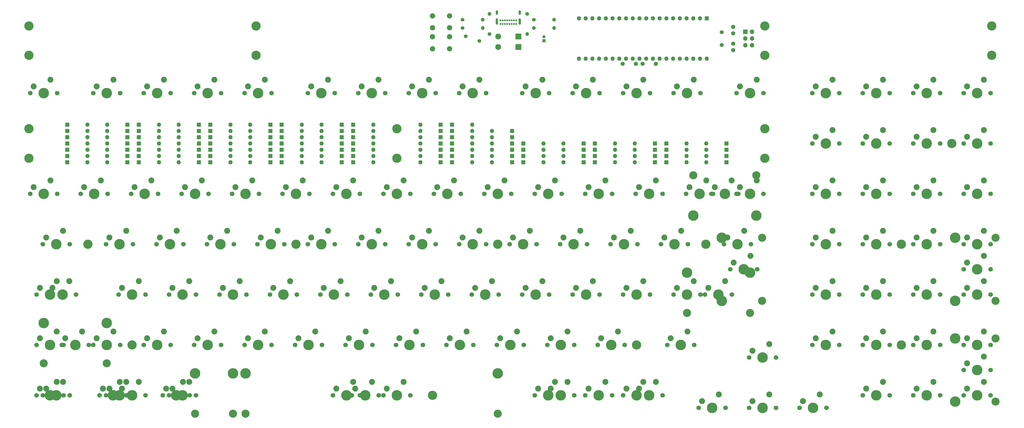
<source format=gbr>
%TF.GenerationSoftware,KiCad,Pcbnew,(6.0.0)*%
%TF.CreationDate,2022-02-26T22:27:28+01:00*%
%TF.ProjectId,pcb,7063622e-6b69-4636-9164-5f7063625858,rev?*%
%TF.SameCoordinates,Original*%
%TF.FileFunction,Soldermask,Bot*%
%TF.FilePolarity,Negative*%
%FSLAX46Y46*%
G04 Gerber Fmt 4.6, Leading zero omitted, Abs format (unit mm)*
G04 Created by KiCad (PCBNEW (6.0.0)) date 2022-02-26 22:27:28*
%MOMM*%
%LPD*%
G01*
G04 APERTURE LIST*
%ADD10C,3.500001*%
%ADD11C,2.000000*%
%ADD12C,1.400000*%
%ADD13C,1.750000*%
%ADD14C,3.987800*%
%ADD15C,2.250000*%
%ADD16R,1.600000X1.600000*%
%ADD17O,1.600000X1.600000*%
%ADD18C,3.048000*%
%ADD19O,1.400000X1.400000*%
%ADD20C,1.500000*%
%ADD21R,1.700000X1.700000*%
%ADD22O,1.700000X1.700000*%
%ADD23C,1.600000*%
%ADD24R,2.200000X2.200000*%
%ADD25O,2.200000X2.200000*%
%ADD26C,0.700000*%
%ADD27O,0.900000X1.700000*%
%ADD28O,0.900000X2.400000*%
%ADD29R,1.200000X1.200000*%
%ADD30C,1.200000*%
G04 APERTURE END LIST*
D10*
%TO.C,MH2*%
X436562500Y-254000000D03*
%TD*%
%TO.C,MH2*%
X336550000Y-254000000D03*
%TD*%
%TO.C,MH2*%
X259556250Y-273050000D03*
%TD*%
%TO.C,MH2*%
X436562500Y-215900000D03*
%TD*%
%TO.C,MH2*%
X455612500Y-177800000D03*
%TD*%
%TO.C,MH2*%
X362743750Y-215900000D03*
%TD*%
%TO.C,MH2*%
X284162500Y-215900000D03*
%TD*%
%TO.C,MH2*%
X207962500Y-215900000D03*
%TD*%
%TO.C,MH2*%
X146050000Y-254000000D03*
%TD*%
%TO.C,MH2*%
X129381250Y-215900000D03*
%TD*%
%TO.C,MH2*%
X470693750Y-133350000D03*
%TD*%
%TO.C,MH2*%
X470693750Y-144462500D03*
%TD*%
%TO.C,MH2*%
X192881250Y-133350000D03*
%TD*%
%TO.C,MH2*%
X192881250Y-144462500D03*
%TD*%
%TO.C,MH2*%
X384968750Y-144462500D03*
%TD*%
%TO.C,MH2*%
X384968750Y-133350000D03*
%TD*%
%TO.C,MH2*%
X107156250Y-133350000D03*
%TD*%
%TO.C,MH2*%
X107156250Y-144462500D03*
%TD*%
D11*
%TO.C,SW124*%
X259481250Y-129512500D03*
X265981250Y-129512500D03*
X259481250Y-134012500D03*
X265981250Y-134012500D03*
%TD*%
D12*
%TO.C,F1*%
X272087500Y-137212500D03*
X277187500Y-139012500D03*
%TD*%
D13*
%TO.C,SW13*%
X350520000Y-158750000D03*
D14*
X355600000Y-158750000D03*
D13*
X360680000Y-158750000D03*
D15*
X351790000Y-156210000D03*
X358140000Y-153670000D03*
%TD*%
D16*
%TO.C,D106*%
X266858750Y-170656250D03*
D17*
X274478750Y-170656250D03*
%TD*%
D16*
%TO.C,D104*%
X289560000Y-182562500D03*
D17*
X281940000Y-182562500D03*
%TD*%
D14*
%TO.C,SW22*%
X465137500Y-177800000D03*
D13*
X460057500Y-177800000D03*
X470217500Y-177800000D03*
D15*
X461327500Y-175260000D03*
X467677500Y-172720000D03*
%TD*%
D14*
%TO.C,SW106*%
X303212500Y-273050000D03*
D13*
X298132500Y-273050000D03*
X308292500Y-273050000D03*
D15*
X299402500Y-270510000D03*
X305752500Y-267970000D03*
%TD*%
D14*
%TO.C,SW122*%
X246062500Y-273050000D03*
X284162500Y-264795000D03*
X188912500Y-264795000D03*
D13*
X240982500Y-273050000D03*
D18*
X188912500Y-280035000D03*
D13*
X251142500Y-273050000D03*
D18*
X284162500Y-280035000D03*
D15*
X242252500Y-270510000D03*
X248602500Y-267970000D03*
%TD*%
D16*
%TO.C,D14*%
X121602500Y-184943750D03*
D17*
X129222500Y-184943750D03*
%TD*%
D16*
%TO.C,D79*%
X262572500Y-182562500D03*
D17*
X254952500Y-182562500D03*
%TD*%
D16*
%TO.C,D75*%
X347821250Y-180181250D03*
D17*
X355441250Y-180181250D03*
%TD*%
D16*
%TO.C,D62*%
X225266250Y-182562500D03*
D17*
X217646250Y-182562500D03*
%TD*%
D13*
%TO.C,SW48*%
X212407500Y-215900000D03*
X222567500Y-215900000D03*
D14*
X217487500Y-215900000D03*
D15*
X213677500Y-213360000D03*
X220027500Y-210820000D03*
%TD*%
D10*
%TO.C,MH2*%
X246062500Y-183356250D03*
%TD*%
D16*
%TO.C,D30*%
X148590000Y-175418750D03*
D17*
X156210000Y-175418750D03*
%TD*%
D16*
%TO.C,D22*%
X316547500Y-184943750D03*
D17*
X308927500Y-184943750D03*
%TD*%
D16*
%TO.C,D31*%
X171291250Y-175418750D03*
D17*
X163671250Y-175418750D03*
%TD*%
D10*
%TO.C,MH2*%
X107156250Y-183356250D03*
%TD*%
D14*
%TO.C,SW82*%
X136525000Y-245745000D03*
X112712500Y-245745000D03*
D13*
X129698750Y-254000000D03*
D14*
X124618750Y-254000000D03*
D18*
X136525000Y-260985000D03*
D13*
X119538750Y-254000000D03*
D18*
X112712500Y-260985000D03*
D15*
X120808750Y-251460000D03*
X127158750Y-248920000D03*
%TD*%
D13*
%TO.C,SW47*%
X193357500Y-215900000D03*
D14*
X198437500Y-215900000D03*
D13*
X203517500Y-215900000D03*
D15*
X194627500Y-213360000D03*
X200977500Y-210820000D03*
%TD*%
D12*
%TO.C,R5*%
X297815000Y-130968750D03*
D19*
X305435000Y-130968750D03*
%TD*%
D13*
%TO.C,SW49*%
X241617500Y-215900000D03*
X231457500Y-215900000D03*
D14*
X236537500Y-215900000D03*
D15*
X232727500Y-213360000D03*
X239077500Y-210820000D03*
%TD*%
D10*
%TO.C,MH2*%
X384968750Y-172243750D03*
%TD*%
D16*
%TO.C,D102*%
X289560000Y-180181250D03*
D17*
X281940000Y-180181250D03*
%TD*%
D13*
%TO.C,SW108*%
X346392500Y-273050000D03*
D14*
X341312500Y-273050000D03*
D13*
X336232500Y-273050000D03*
D15*
X337502500Y-270510000D03*
X343852500Y-267970000D03*
%TD*%
D13*
%TO.C,SW7*%
X231457500Y-158750000D03*
X241617500Y-158750000D03*
D14*
X236537500Y-158750000D03*
D15*
X232727500Y-156210000D03*
X239077500Y-153670000D03*
%TD*%
D13*
%TO.C,SW102*%
X120173750Y-273050000D03*
D14*
X115093750Y-273050000D03*
D13*
X110013750Y-273050000D03*
D15*
X111283750Y-270510000D03*
X117633750Y-267970000D03*
%TD*%
D16*
%TO.C,D72*%
X225266250Y-170656250D03*
D17*
X217646250Y-170656250D03*
%TD*%
D16*
%TO.C,D27*%
X171291250Y-180181250D03*
D17*
X163671250Y-180181250D03*
%TD*%
D16*
%TO.C,D1*%
X144303750Y-170656250D03*
D17*
X136683750Y-170656250D03*
%TD*%
D14*
%TO.C,SW58*%
X427037500Y-215900000D03*
D13*
X432117500Y-215900000D03*
X421957500Y-215900000D03*
D15*
X423227500Y-213360000D03*
X429577500Y-210820000D03*
%TD*%
D16*
%TO.C,D84*%
X229552500Y-184943750D03*
D17*
X237172500Y-184943750D03*
%TD*%
D14*
%TO.C,SW113*%
X446087500Y-273050000D03*
D13*
X441007500Y-273050000D03*
X451167500Y-273050000D03*
D15*
X442277500Y-270510000D03*
X448627500Y-267970000D03*
%TD*%
D16*
%TO.C,D107*%
X289560000Y-173037500D03*
D17*
X281940000Y-173037500D03*
%TD*%
D14*
%TO.C,SW61*%
X456882500Y-237363000D03*
D13*
X460057500Y-225425000D03*
D14*
X465137500Y-225425000D03*
D18*
X472122500Y-213487000D03*
D13*
X470217500Y-225425000D03*
D18*
X472122500Y-237363000D03*
D14*
X456882500Y-213487000D03*
D15*
X461327500Y-222885000D03*
X467677500Y-220345000D03*
%TD*%
D13*
%TO.C,SW5*%
X198755000Y-158750000D03*
D14*
X193675000Y-158750000D03*
D13*
X188595000Y-158750000D03*
D15*
X189865000Y-156210000D03*
X196215000Y-153670000D03*
%TD*%
D16*
%TO.C,D3*%
X144303750Y-184943750D03*
D17*
X136683750Y-184943750D03*
%TD*%
D14*
%TO.C,SW111*%
X403225000Y-277812500D03*
D13*
X398145000Y-277812500D03*
X408305000Y-277812500D03*
D15*
X399415000Y-275272500D03*
X405765000Y-272732500D03*
%TD*%
D16*
%TO.C,D32*%
X148590000Y-177800000D03*
D17*
X156210000Y-177800000D03*
%TD*%
D13*
%TO.C,SW38*%
X384492500Y-196850000D03*
D14*
X379412500Y-196850000D03*
D13*
X374332500Y-196850000D03*
D15*
X375602500Y-194310000D03*
X381952500Y-191770000D03*
%TD*%
D13*
%TO.C,SW87*%
X217805000Y-254000000D03*
X207645000Y-254000000D03*
D14*
X212725000Y-254000000D03*
D15*
X208915000Y-251460000D03*
X215265000Y-248920000D03*
%TD*%
D13*
%TO.C,SW78*%
X441007500Y-234950000D03*
D14*
X446087500Y-234950000D03*
D13*
X451167500Y-234950000D03*
D15*
X442277500Y-232410000D03*
X448627500Y-229870000D03*
%TD*%
D13*
%TO.C,SW97*%
X421957500Y-254000000D03*
X432117500Y-254000000D03*
D14*
X427037500Y-254000000D03*
D15*
X423227500Y-251460000D03*
X429577500Y-248920000D03*
%TD*%
D12*
%TO.C,R3*%
X280987500Y-136366250D03*
D19*
X280987500Y-128746250D03*
%TD*%
D16*
%TO.C,D57*%
X343535000Y-180181250D03*
D17*
X335915000Y-180181250D03*
%TD*%
D16*
%TO.C,D103*%
X266858750Y-177800000D03*
D17*
X274478750Y-177800000D03*
%TD*%
D20*
%TO.C,Y1*%
X368756250Y-140562500D03*
X368756250Y-135682500D03*
%TD*%
D13*
%TO.C,SW32*%
X270192500Y-196850000D03*
X260032500Y-196850000D03*
D14*
X265112500Y-196850000D03*
D15*
X261302500Y-194310000D03*
X267652500Y-191770000D03*
%TD*%
D13*
%TO.C,SW86*%
X188595000Y-254000000D03*
D14*
X193675000Y-254000000D03*
D13*
X198755000Y-254000000D03*
D15*
X189865000Y-251460000D03*
X196215000Y-248920000D03*
%TD*%
D16*
%TO.C,D91*%
X370522500Y-177800000D03*
D17*
X362902500Y-177800000D03*
%TD*%
D13*
%TO.C,SW34*%
X298132500Y-196850000D03*
X308292500Y-196850000D03*
D14*
X303212500Y-196850000D03*
D15*
X299402500Y-194310000D03*
X305752500Y-191770000D03*
%TD*%
D14*
%TO.C,SW52*%
X293687500Y-215900000D03*
D13*
X288607500Y-215900000D03*
X298767500Y-215900000D03*
D15*
X289877500Y-213360000D03*
X296227500Y-210820000D03*
%TD*%
D13*
%TO.C,SW54*%
X336867500Y-215900000D03*
D14*
X331787500Y-215900000D03*
D13*
X326707500Y-215900000D03*
D15*
X327977500Y-213360000D03*
X334327500Y-210820000D03*
%TD*%
D16*
%TO.C,D82*%
X229552500Y-182562500D03*
D17*
X237172500Y-182562500D03*
%TD*%
D14*
%TO.C,SW20*%
X427037500Y-177800000D03*
D13*
X432117500Y-177800000D03*
X421957500Y-177800000D03*
D15*
X423227500Y-175260000D03*
X429577500Y-172720000D03*
%TD*%
D13*
%TO.C,SW15*%
X402907500Y-158750000D03*
X413067500Y-158750000D03*
D14*
X407987500Y-158750000D03*
D15*
X404177500Y-156210000D03*
X410527500Y-153670000D03*
%TD*%
D16*
%TO.C,D12*%
X121602500Y-182562500D03*
D17*
X129222500Y-182562500D03*
%TD*%
D13*
%TO.C,SW37*%
X364807500Y-196850000D03*
D14*
X369887500Y-196850000D03*
D13*
X374967500Y-196850000D03*
D14*
X357981250Y-205105000D03*
D18*
X357981250Y-189865000D03*
X381793750Y-189865000D03*
D14*
X381793750Y-205105000D03*
D15*
X366077500Y-194310000D03*
X372427500Y-191770000D03*
%TD*%
D16*
%TO.C,D93*%
X370522500Y-182562500D03*
D17*
X362902500Y-182562500D03*
%TD*%
D14*
%TO.C,SW3*%
X155575000Y-158750000D03*
D13*
X160655000Y-158750000D03*
X150495000Y-158750000D03*
D15*
X151765000Y-156210000D03*
X158115000Y-153670000D03*
%TD*%
D16*
%TO.C,D63*%
X202565000Y-182562500D03*
D17*
X210185000Y-182562500D03*
%TD*%
D16*
%TO.C,D86*%
X229552500Y-173037500D03*
D17*
X237172500Y-173037500D03*
%TD*%
D14*
%TO.C,SW30*%
X227012500Y-196850000D03*
D13*
X221932500Y-196850000D03*
X232092500Y-196850000D03*
D15*
X223202500Y-194310000D03*
X229552500Y-191770000D03*
%TD*%
D16*
%TO.C,D36*%
X148590000Y-182562500D03*
D17*
X156210000Y-182562500D03*
%TD*%
D14*
%TO.C,SW31*%
X246062500Y-196850000D03*
D13*
X240982500Y-196850000D03*
X251142500Y-196850000D03*
D15*
X242252500Y-194310000D03*
X248602500Y-191770000D03*
%TD*%
D16*
%TO.C,D8*%
X121602500Y-177800000D03*
D17*
X129222500Y-177800000D03*
%TD*%
D13*
%TO.C,SW69*%
X236220000Y-234950000D03*
X246380000Y-234950000D03*
D14*
X241300000Y-234950000D03*
D15*
X237490000Y-232410000D03*
X243840000Y-229870000D03*
%TD*%
D16*
%TO.C,D21*%
X316547500Y-182562500D03*
D17*
X308927500Y-182562500D03*
%TD*%
D16*
%TO.C,D80*%
X229552500Y-180181250D03*
D17*
X237172500Y-180181250D03*
%TD*%
D16*
%TO.C,D78*%
X229552500Y-177800000D03*
D17*
X237172500Y-177800000D03*
%TD*%
D14*
%TO.C,SW94*%
X353218750Y-254000000D03*
D13*
X358298750Y-254000000D03*
X348138750Y-254000000D03*
D15*
X349408750Y-251460000D03*
X355758750Y-248920000D03*
%TD*%
D13*
%TO.C,SW11*%
X322580000Y-158750000D03*
D14*
X317500000Y-158750000D03*
D13*
X312420000Y-158750000D03*
D15*
X313690000Y-156210000D03*
X320040000Y-153670000D03*
%TD*%
D13*
%TO.C,SW107*%
X327342500Y-273050000D03*
X317182500Y-273050000D03*
D14*
X322262500Y-273050000D03*
D15*
X318452500Y-270510000D03*
X324802500Y-267970000D03*
%TD*%
D16*
%TO.C,D96*%
X289560000Y-184943750D03*
D17*
X281940000Y-184943750D03*
%TD*%
D13*
%TO.C,SW116*%
X146367500Y-273050000D03*
X136207500Y-273050000D03*
D14*
X141287500Y-273050000D03*
D15*
X137477500Y-270510000D03*
X143827500Y-267970000D03*
%TD*%
D14*
%TO.C,SW95*%
X384175000Y-258762500D03*
D13*
X389255000Y-258762500D03*
X379095000Y-258762500D03*
D15*
X380365000Y-256222500D03*
X386715000Y-253682500D03*
%TD*%
D13*
%TO.C,SW51*%
X269557500Y-215900000D03*
D14*
X274637500Y-215900000D03*
D13*
X279717500Y-215900000D03*
D15*
X270827500Y-213360000D03*
X277177500Y-210820000D03*
%TD*%
D13*
%TO.C,SW45*%
X155257500Y-215900000D03*
D14*
X160337500Y-215900000D03*
D13*
X165417500Y-215900000D03*
D15*
X156527500Y-213360000D03*
X162877500Y-210820000D03*
%TD*%
D16*
%TO.C,D73*%
X347821250Y-184943750D03*
D17*
X355441250Y-184943750D03*
%TD*%
D13*
%TO.C,SW14*%
X384492500Y-158750000D03*
D14*
X379412500Y-158750000D03*
D13*
X374332500Y-158750000D03*
D15*
X375602500Y-156210000D03*
X381952500Y-153670000D03*
%TD*%
D16*
%TO.C,D88*%
X229552500Y-175418750D03*
D17*
X237172500Y-175418750D03*
%TD*%
D14*
%TO.C,SW35*%
X322262500Y-196850000D03*
D13*
X317182500Y-196850000D03*
X327342500Y-196850000D03*
D15*
X318452500Y-194310000D03*
X324802500Y-191770000D03*
%TD*%
D13*
%TO.C,SW41*%
X451167500Y-196850000D03*
X441007500Y-196850000D03*
D14*
X446087500Y-196850000D03*
D15*
X442277500Y-194310000D03*
X448627500Y-191770000D03*
%TD*%
D16*
%TO.C,D50*%
X198278750Y-175418750D03*
D17*
X190658750Y-175418750D03*
%TD*%
D14*
%TO.C,SW39*%
X407987500Y-196850000D03*
D13*
X402907500Y-196850000D03*
X413067500Y-196850000D03*
D15*
X404177500Y-194310000D03*
X410527500Y-191770000D03*
%TD*%
D21*
%TO.C,J2*%
X377656250Y-135587500D03*
D22*
X380196250Y-135587500D03*
X377656250Y-138127500D03*
X380196250Y-138127500D03*
X377656250Y-140667500D03*
X380196250Y-140667500D03*
%TD*%
D14*
%TO.C,SW85*%
X174625000Y-254000000D03*
D13*
X179705000Y-254000000D03*
X169545000Y-254000000D03*
D15*
X170815000Y-251460000D03*
X177165000Y-248920000D03*
%TD*%
D16*
%TO.C,D83*%
X262572500Y-177800000D03*
D17*
X254952500Y-177800000D03*
%TD*%
D14*
%TO.C,SW21*%
X446087500Y-177800000D03*
D13*
X451167500Y-177800000D03*
X441007500Y-177800000D03*
D15*
X442277500Y-175260000D03*
X448627500Y-172720000D03*
%TD*%
D16*
%TO.C,D9*%
X144303750Y-177800000D03*
D17*
X136683750Y-177800000D03*
%TD*%
D14*
%TO.C,SW93*%
X327025000Y-254000000D03*
D13*
X321945000Y-254000000D03*
X332105000Y-254000000D03*
D15*
X323215000Y-251460000D03*
X329565000Y-248920000D03*
%TD*%
D13*
%TO.C,SW71*%
X274320000Y-234950000D03*
X284480000Y-234950000D03*
D14*
X279400000Y-234950000D03*
D15*
X275590000Y-232410000D03*
X281940000Y-229870000D03*
%TD*%
D16*
%TO.C,D47*%
X175577500Y-170656250D03*
D17*
X183197500Y-170656250D03*
%TD*%
D14*
%TO.C,SW121*%
X146050000Y-273050000D03*
D13*
X151130000Y-273050000D03*
X140970000Y-273050000D03*
D15*
X142240000Y-270510000D03*
X148590000Y-267970000D03*
%TD*%
D13*
%TO.C,SW6*%
X222567500Y-158750000D03*
D14*
X217487500Y-158750000D03*
D13*
X212407500Y-158750000D03*
D15*
X213677500Y-156210000D03*
X220027500Y-153670000D03*
%TD*%
D13*
%TO.C,SW33*%
X279082500Y-196850000D03*
D14*
X284162500Y-196850000D03*
D13*
X289242500Y-196850000D03*
D15*
X280352500Y-194310000D03*
X286702500Y-191770000D03*
%TD*%
D23*
%TO.C,C4*%
X373062500Y-142537500D03*
X373062500Y-140037500D03*
%TD*%
D16*
%TO.C,U1*%
X363056250Y-130487500D03*
D17*
X360516250Y-130487500D03*
X357976250Y-130487500D03*
X355436250Y-130487500D03*
X352896250Y-130487500D03*
X350356250Y-130487500D03*
X347816250Y-130487500D03*
X345276250Y-130487500D03*
X342736250Y-130487500D03*
X340196250Y-130487500D03*
X337656250Y-130487500D03*
X335116250Y-130487500D03*
X332576250Y-130487500D03*
X330036250Y-130487500D03*
X327496250Y-130487500D03*
X324956250Y-130487500D03*
X322416250Y-130487500D03*
X319876250Y-130487500D03*
X317336250Y-130487500D03*
X314796250Y-130487500D03*
X314796250Y-145727500D03*
X317336250Y-145727500D03*
X319876250Y-145727500D03*
X322416250Y-145727500D03*
X324956250Y-145727500D03*
X327496250Y-145727500D03*
X330036250Y-145727500D03*
X332576250Y-145727500D03*
X335116250Y-145727500D03*
X337656250Y-145727500D03*
X340196250Y-145727500D03*
X342736250Y-145727500D03*
X345276250Y-145727500D03*
X347816250Y-145727500D03*
X350356250Y-145727500D03*
X352896250Y-145727500D03*
X355436250Y-145727500D03*
X357976250Y-145727500D03*
X360516250Y-145727500D03*
X363056250Y-145727500D03*
%TD*%
D13*
%TO.C,SW88*%
X226695000Y-254000000D03*
D14*
X231775000Y-254000000D03*
D13*
X236855000Y-254000000D03*
D15*
X227965000Y-251460000D03*
X234315000Y-248920000D03*
%TD*%
D16*
%TO.C,D74*%
X347821250Y-182562500D03*
D17*
X355441250Y-182562500D03*
%TD*%
D16*
%TO.C,D4*%
X121602500Y-173037500D03*
D17*
X129222500Y-173037500D03*
%TD*%
D14*
%TO.C,SW120*%
X336550000Y-273050000D03*
D13*
X341630000Y-273050000D03*
X331470000Y-273050000D03*
D15*
X332740000Y-270510000D03*
X339090000Y-267970000D03*
%TD*%
D14*
%TO.C,SW105*%
X184156350Y-264795000D03*
D18*
X284156150Y-280035000D03*
D13*
X229076250Y-273050000D03*
X239236250Y-273050000D03*
D14*
X284156150Y-264795000D03*
X234156250Y-273050000D03*
D18*
X184156350Y-280035000D03*
D15*
X230346250Y-270510000D03*
X236696250Y-267970000D03*
%TD*%
D13*
%TO.C,SW64*%
X140970000Y-234950000D03*
X151130000Y-234950000D03*
D14*
X146050000Y-234950000D03*
D15*
X142240000Y-232410000D03*
X148590000Y-229870000D03*
%TD*%
D13*
%TO.C,SW70*%
X255270000Y-234950000D03*
D14*
X260350000Y-234950000D03*
D13*
X265430000Y-234950000D03*
D15*
X256540000Y-232410000D03*
X262890000Y-229870000D03*
%TD*%
D16*
%TO.C,D100*%
X289560000Y-177800000D03*
D17*
X281940000Y-177800000D03*
%TD*%
D16*
%TO.C,D65*%
X202565000Y-184943750D03*
D17*
X210185000Y-184943750D03*
%TD*%
D14*
%TO.C,SW59*%
X446087500Y-215900000D03*
D13*
X441007500Y-215900000D03*
X451167500Y-215900000D03*
D15*
X442277500Y-213360000D03*
X448627500Y-210820000D03*
%TD*%
D14*
%TO.C,SW8*%
X255587500Y-158750000D03*
D13*
X250507500Y-158750000D03*
X260667500Y-158750000D03*
D15*
X251777500Y-156210000D03*
X258127500Y-153670000D03*
%TD*%
D13*
%TO.C,SW68*%
X217170000Y-234950000D03*
D14*
X222250000Y-234950000D03*
D13*
X227330000Y-234950000D03*
D15*
X218440000Y-232410000D03*
X224790000Y-229870000D03*
%TD*%
D16*
%TO.C,D70*%
X225266250Y-173037500D03*
D17*
X217646250Y-173037500D03*
%TD*%
D13*
%TO.C,SW73*%
X312420000Y-234950000D03*
D14*
X317500000Y-234950000D03*
D13*
X322580000Y-234950000D03*
D15*
X313690000Y-232410000D03*
X320040000Y-229870000D03*
%TD*%
D24*
%TO.C,D109*%
X291941250Y-137318750D03*
D25*
X284321250Y-137318750D03*
%TD*%
D13*
%TO.C,SW110*%
X389255000Y-277812500D03*
X379095000Y-277812500D03*
D14*
X384175000Y-277812500D03*
D15*
X380365000Y-275272500D03*
X386715000Y-272732500D03*
%TD*%
D12*
%TO.C,R4*%
X297815000Y-134143750D03*
D19*
X305435000Y-134143750D03*
%TD*%
D16*
%TO.C,D28*%
X148590000Y-173037500D03*
D17*
X156210000Y-173037500D03*
%TD*%
D14*
%TO.C,SW119*%
X307975000Y-273050000D03*
D13*
X302895000Y-273050000D03*
X313055000Y-273050000D03*
D15*
X304165000Y-270510000D03*
X310515000Y-267970000D03*
%TD*%
D13*
%TO.C,SW66*%
X179070000Y-234950000D03*
X189230000Y-234950000D03*
D14*
X184150000Y-234950000D03*
D15*
X180340000Y-232410000D03*
X186690000Y-229870000D03*
%TD*%
D16*
%TO.C,D71*%
X202565000Y-177800000D03*
D17*
X210185000Y-177800000D03*
%TD*%
D13*
%TO.C,SW53*%
X317817500Y-215900000D03*
D14*
X312737500Y-215900000D03*
D13*
X307657500Y-215900000D03*
D15*
X308927500Y-213360000D03*
X315277500Y-210820000D03*
%TD*%
D14*
%TO.C,SW80*%
X115093750Y-234950000D03*
D13*
X120173750Y-234950000D03*
X110013750Y-234950000D03*
D15*
X111283750Y-232410000D03*
X117633750Y-229870000D03*
%TD*%
D23*
%TO.C,C3*%
X331308129Y-147637500D03*
X336308129Y-147637500D03*
%TD*%
D13*
%TO.C,SW42*%
X460057500Y-196850000D03*
X470217500Y-196850000D03*
D14*
X465137500Y-196850000D03*
D15*
X461327500Y-194310000D03*
X467677500Y-191770000D03*
%TD*%
D16*
%TO.C,D77*%
X262572500Y-184943750D03*
D17*
X254952500Y-184943750D03*
%TD*%
D13*
%TO.C,SW18*%
X470217500Y-158750000D03*
D14*
X465137500Y-158750000D03*
D13*
X460057500Y-158750000D03*
D15*
X461327500Y-156210000D03*
X467677500Y-153670000D03*
%TD*%
D16*
%TO.C,D40*%
X320833750Y-180181250D03*
D17*
X328453750Y-180181250D03*
%TD*%
D13*
%TO.C,SW98*%
X441007500Y-254000000D03*
X451167500Y-254000000D03*
D14*
X446087500Y-254000000D03*
D15*
X442277500Y-251460000D03*
X448627500Y-248920000D03*
%TD*%
D26*
%TO.C,J1*%
X291106250Y-132612500D03*
X290256250Y-132612500D03*
X289406250Y-132612500D03*
X288556250Y-132612500D03*
X287706250Y-132612500D03*
X286856250Y-132612500D03*
X286006250Y-132612500D03*
X285156250Y-132612500D03*
X285156250Y-131262500D03*
X286006250Y-131262500D03*
X286856250Y-131262500D03*
X287706250Y-131262500D03*
X288556250Y-131262500D03*
X289406250Y-131262500D03*
X290256250Y-131262500D03*
X291106250Y-131262500D03*
D27*
X283806250Y-128252500D03*
D28*
X283806250Y-131632500D03*
X292456250Y-131632500D03*
D27*
X292456250Y-128252500D03*
%TD*%
D13*
%TO.C,SW77*%
X421957500Y-234950000D03*
X432117500Y-234950000D03*
D14*
X427037500Y-234950000D03*
D15*
X423227500Y-232410000D03*
X429577500Y-229870000D03*
%TD*%
D13*
%TO.C,SW76*%
X413067500Y-234950000D03*
X402907500Y-234950000D03*
D14*
X407987500Y-234950000D03*
D15*
X404177500Y-232410000D03*
X410527500Y-229870000D03*
%TD*%
D16*
%TO.C,D5*%
X144303750Y-182562500D03*
D17*
X136683750Y-182562500D03*
%TD*%
D14*
%TO.C,SW81*%
X355600000Y-234950000D03*
D13*
X350520000Y-234950000D03*
X360680000Y-234950000D03*
D15*
X351790000Y-232410000D03*
X358140000Y-229870000D03*
%TD*%
D10*
%TO.C,MH2*%
X384968750Y-183356250D03*
%TD*%
D13*
%TO.C,SW103*%
X143986250Y-273050000D03*
D14*
X138906250Y-273050000D03*
D13*
X133826250Y-273050000D03*
D15*
X135096250Y-270510000D03*
X141446250Y-267970000D03*
%TD*%
D16*
%TO.C,D48*%
X198278750Y-177800000D03*
D17*
X190658750Y-177800000D03*
%TD*%
D10*
%TO.C,MH2*%
X107156250Y-172243750D03*
%TD*%
D14*
%TO.C,SW27*%
X169862500Y-196850000D03*
D13*
X174942500Y-196850000D03*
X164782500Y-196850000D03*
D15*
X166052500Y-194310000D03*
X172402500Y-191770000D03*
%TD*%
D13*
%TO.C,SW60*%
X460057500Y-215900000D03*
X470217500Y-215900000D03*
D14*
X465137500Y-215900000D03*
D15*
X461327500Y-213360000D03*
X467677500Y-210820000D03*
%TD*%
D16*
%TO.C,D6*%
X121602500Y-175418750D03*
D17*
X129222500Y-175418750D03*
%TD*%
D16*
%TO.C,D25*%
X171291250Y-182562500D03*
D17*
X163671250Y-182562500D03*
%TD*%
D16*
%TO.C,D26*%
X148590000Y-170656250D03*
D17*
X156210000Y-170656250D03*
%TD*%
D13*
%TO.C,SW79*%
X470217500Y-234950000D03*
X460057500Y-234950000D03*
D14*
X465137500Y-234950000D03*
D15*
X461327500Y-232410000D03*
X467677500Y-229870000D03*
%TD*%
D14*
%TO.C,SW40*%
X427037500Y-196850000D03*
D13*
X421957500Y-196850000D03*
X432117500Y-196850000D03*
D15*
X423227500Y-194310000D03*
X429577500Y-191770000D03*
%TD*%
D16*
%TO.C,D56*%
X343535000Y-177800000D03*
D17*
X335915000Y-177800000D03*
%TD*%
D13*
%TO.C,SW92*%
X302895000Y-254000000D03*
D14*
X307975000Y-254000000D03*
D13*
X313055000Y-254000000D03*
D15*
X304165000Y-251460000D03*
X310515000Y-248920000D03*
%TD*%
D14*
%TO.C,SW83*%
X136525000Y-254000000D03*
D13*
X141605000Y-254000000D03*
X131445000Y-254000000D03*
D15*
X132715000Y-251460000D03*
X139065000Y-248920000D03*
%TD*%
D13*
%TO.C,SW36*%
X336232500Y-196850000D03*
D14*
X341312500Y-196850000D03*
D13*
X346392500Y-196850000D03*
D15*
X337502500Y-194310000D03*
X343852500Y-191770000D03*
%TD*%
D14*
%TO.C,SW1*%
X112712500Y-158750000D03*
D13*
X107632500Y-158750000D03*
X117792500Y-158750000D03*
D15*
X108902500Y-156210000D03*
X115252500Y-153670000D03*
%TD*%
D13*
%TO.C,SW10*%
X293370000Y-158750000D03*
X303530000Y-158750000D03*
D14*
X298450000Y-158750000D03*
D15*
X294640000Y-156210000D03*
X300990000Y-153670000D03*
%TD*%
D12*
%TO.C,R1*%
X295275000Y-128746250D03*
D19*
X295275000Y-136366250D03*
%TD*%
D16*
%TO.C,D87*%
X262572500Y-173037500D03*
D17*
X254952500Y-173037500D03*
%TD*%
D19*
%TO.C,R6*%
X278447500Y-130968750D03*
D12*
X270827500Y-130968750D03*
%TD*%
D16*
%TO.C,D11*%
X144303750Y-175418750D03*
D17*
X136683750Y-175418750D03*
%TD*%
D13*
%TO.C,SW2*%
X141605000Y-158750000D03*
X131445000Y-158750000D03*
D14*
X136525000Y-158750000D03*
D15*
X132715000Y-156210000D03*
X139065000Y-153670000D03*
%TD*%
D16*
%TO.C,D29*%
X171291250Y-177800000D03*
D17*
X163671250Y-177800000D03*
%TD*%
D11*
%TO.C,SW123*%
X265981250Y-137450000D03*
X259481250Y-137450000D03*
X265981250Y-141950000D03*
X259481250Y-141950000D03*
%TD*%
D16*
%TO.C,D92*%
X370522500Y-180181250D03*
D17*
X362902500Y-180181250D03*
%TD*%
D14*
%TO.C,SW74*%
X336550000Y-234950000D03*
D13*
X341630000Y-234950000D03*
X331470000Y-234950000D03*
D15*
X332740000Y-232410000D03*
X339090000Y-229870000D03*
%TD*%
D16*
%TO.C,D33*%
X171291250Y-173037500D03*
D17*
X163671250Y-173037500D03*
%TD*%
D16*
%TO.C,D81*%
X262572500Y-180181250D03*
D17*
X254952500Y-180181250D03*
%TD*%
D16*
%TO.C,D46*%
X198278750Y-180181250D03*
D17*
X190658750Y-180181250D03*
%TD*%
D14*
%TO.C,SW62*%
X377031250Y-225425000D03*
D18*
X384016250Y-237363000D03*
D13*
X371951250Y-225425000D03*
D18*
X384016250Y-213487000D03*
D14*
X368776250Y-237363000D03*
D13*
X382111250Y-225425000D03*
D14*
X368776250Y-213487000D03*
D15*
X373221250Y-222885000D03*
X379571250Y-220345000D03*
%TD*%
D13*
%TO.C,SW28*%
X183832500Y-196850000D03*
X193992500Y-196850000D03*
D14*
X188912500Y-196850000D03*
D15*
X185102500Y-194310000D03*
X191452500Y-191770000D03*
%TD*%
D16*
%TO.C,D97*%
X266858750Y-182562500D03*
D17*
X274478750Y-182562500D03*
%TD*%
D13*
%TO.C,SW115*%
X112395000Y-273050000D03*
X122555000Y-273050000D03*
D14*
X117475000Y-273050000D03*
D15*
X113665000Y-270510000D03*
X120015000Y-267970000D03*
%TD*%
D13*
%TO.C,SW12*%
X331470000Y-158750000D03*
X341630000Y-158750000D03*
D14*
X336550000Y-158750000D03*
D15*
X332740000Y-156210000D03*
X339090000Y-153670000D03*
%TD*%
D14*
%TO.C,SW104*%
X162718750Y-273050000D03*
D13*
X167798750Y-273050000D03*
X157638750Y-273050000D03*
D15*
X158908750Y-270510000D03*
X165258750Y-267970000D03*
%TD*%
D23*
%TO.C,C2*%
X338812500Y-147637500D03*
X343812500Y-147637500D03*
%TD*%
D16*
%TO.C,D17*%
X293846250Y-182562500D03*
D17*
X301466250Y-182562500D03*
%TD*%
D14*
%TO.C,SW43*%
X117475000Y-215900000D03*
D13*
X112395000Y-215900000D03*
X122555000Y-215900000D03*
D15*
X113665000Y-213360000D03*
X120015000Y-210820000D03*
%TD*%
D13*
%TO.C,SW101*%
X470217500Y-263525000D03*
D14*
X456882500Y-275463000D03*
D13*
X460057500Y-263525000D03*
D14*
X465137500Y-263525000D03*
D18*
X472122500Y-251587000D03*
X472122500Y-275463000D03*
D14*
X456882500Y-251587000D03*
D15*
X461327500Y-260985000D03*
X467677500Y-258445000D03*
%TD*%
D16*
%TO.C,D98*%
X266858750Y-180181250D03*
D17*
X274478750Y-180181250D03*
%TD*%
D16*
%TO.C,D15*%
X293846250Y-177800000D03*
D17*
X301466250Y-177800000D03*
%TD*%
D14*
%TO.C,SW44*%
X141287500Y-215900000D03*
D13*
X136207500Y-215900000D03*
X146367500Y-215900000D03*
D15*
X137477500Y-213360000D03*
X143827500Y-210820000D03*
%TD*%
D13*
%TO.C,SW24*%
X107632500Y-196850000D03*
D14*
X112712500Y-196850000D03*
D13*
X117792500Y-196850000D03*
D15*
X108902500Y-194310000D03*
X115252500Y-191770000D03*
%TD*%
D14*
%TO.C,SW117*%
X165100000Y-273050000D03*
D13*
X160020000Y-273050000D03*
X170180000Y-273050000D03*
D15*
X161290000Y-270510000D03*
X167640000Y-267970000D03*
%TD*%
D16*
%TO.C,D54*%
X198278750Y-170656250D03*
D17*
X190658750Y-170656250D03*
%TD*%
D13*
%TO.C,SW89*%
X255905000Y-254000000D03*
D14*
X250825000Y-254000000D03*
D13*
X245745000Y-254000000D03*
D15*
X247015000Y-251460000D03*
X253365000Y-248920000D03*
%TD*%
D13*
%TO.C,SW67*%
X208280000Y-234950000D03*
D14*
X203200000Y-234950000D03*
D13*
X198120000Y-234950000D03*
D15*
X199390000Y-232410000D03*
X205740000Y-229870000D03*
%TD*%
D13*
%TO.C,SW17*%
X451167500Y-158750000D03*
X441007500Y-158750000D03*
D14*
X446087500Y-158750000D03*
D15*
X442277500Y-156210000D03*
X448627500Y-153670000D03*
%TD*%
D16*
%TO.C,D51*%
X175577500Y-175418750D03*
D17*
X183197500Y-175418750D03*
%TD*%
D13*
%TO.C,SW26*%
X155892500Y-196850000D03*
X145732500Y-196850000D03*
D14*
X150812500Y-196850000D03*
D15*
X147002500Y-194310000D03*
X153352500Y-191770000D03*
%TD*%
D16*
%TO.C,D68*%
X225266250Y-175418750D03*
D17*
X217646250Y-175418750D03*
%TD*%
D14*
%TO.C,SW56*%
X374650000Y-215900000D03*
D13*
X369570000Y-215900000D03*
X379730000Y-215900000D03*
D15*
X370840000Y-213360000D03*
X377190000Y-210820000D03*
%TD*%
D16*
%TO.C,D99*%
X266858750Y-173037500D03*
D17*
X274478750Y-173037500D03*
%TD*%
D16*
%TO.C,D90*%
X229552500Y-170656250D03*
D17*
X237172500Y-170656250D03*
%TD*%
D16*
%TO.C,D94*%
X370522500Y-184943750D03*
D17*
X362902500Y-184943750D03*
%TD*%
D14*
%TO.C,SW90*%
X269875000Y-254000000D03*
D13*
X264795000Y-254000000D03*
X274955000Y-254000000D03*
D15*
X266065000Y-251460000D03*
X272415000Y-248920000D03*
%TD*%
D13*
%TO.C,SW63*%
X124936250Y-234950000D03*
X114776250Y-234950000D03*
D14*
X119856250Y-234950000D03*
D15*
X116046250Y-232410000D03*
X122396250Y-229870000D03*
%TD*%
D16*
%TO.C,D19*%
X316547500Y-177800000D03*
D17*
X308927500Y-177800000D03*
%TD*%
D13*
%TO.C,SW19*%
X402907500Y-177800000D03*
D14*
X407987500Y-177800000D03*
D13*
X413067500Y-177800000D03*
D15*
X404177500Y-175260000D03*
X410527500Y-172720000D03*
%TD*%
D16*
%TO.C,D95*%
X266858750Y-184943750D03*
D17*
X274478750Y-184943750D03*
%TD*%
D14*
%TO.C,SW50*%
X255587500Y-215900000D03*
D13*
X260667500Y-215900000D03*
X250507500Y-215900000D03*
D15*
X251777500Y-213360000D03*
X258127500Y-210820000D03*
%TD*%
D16*
%TO.C,D69*%
X202565000Y-175418750D03*
D17*
X210185000Y-175418750D03*
%TD*%
D16*
%TO.C,D23*%
X171291250Y-184943750D03*
D17*
X163671250Y-184943750D03*
%TD*%
D13*
%TO.C,SW25*%
X126682500Y-196850000D03*
D14*
X131762500Y-196850000D03*
D13*
X136842500Y-196850000D03*
D15*
X127952500Y-194310000D03*
X134302500Y-191770000D03*
%TD*%
D13*
%TO.C,SW57*%
X413067500Y-215900000D03*
D14*
X407987500Y-215900000D03*
D13*
X402907500Y-215900000D03*
D15*
X404177500Y-213360000D03*
X410527500Y-210820000D03*
%TD*%
D16*
%TO.C,D16*%
X293846250Y-180181250D03*
D17*
X301466250Y-180181250D03*
%TD*%
D16*
%TO.C,D35*%
X171291250Y-170656250D03*
D17*
X163671250Y-170656250D03*
%TD*%
D16*
%TO.C,D64*%
X225266250Y-180181250D03*
D17*
X217646250Y-180181250D03*
%TD*%
D16*
%TO.C,D66*%
X225266250Y-177800000D03*
D17*
X217646250Y-177800000D03*
%TD*%
D16*
%TO.C,D105*%
X289560000Y-175418750D03*
D17*
X281940000Y-175418750D03*
%TD*%
D18*
%TO.C,SW75*%
X379412500Y-241935000D03*
D13*
X372586250Y-234950000D03*
D18*
X355600000Y-241935000D03*
D13*
X362426250Y-234950000D03*
D14*
X379412500Y-226695000D03*
X367506250Y-234950000D03*
X355600000Y-226695000D03*
D15*
X363696250Y-232410000D03*
X370046250Y-229870000D03*
%TD*%
D13*
%TO.C,SW100*%
X120173750Y-254000000D03*
D14*
X115093750Y-254000000D03*
D13*
X110013750Y-254000000D03*
D15*
X111283750Y-251460000D03*
X117633750Y-248920000D03*
%TD*%
D16*
%TO.C,D49*%
X175577500Y-173037500D03*
D17*
X183197500Y-173037500D03*
%TD*%
D16*
%TO.C,D43*%
X175577500Y-184943750D03*
D17*
X183197500Y-184943750D03*
%TD*%
D16*
%TO.C,D58*%
X343535000Y-182562500D03*
D17*
X335915000Y-182562500D03*
%TD*%
D24*
%TO.C,D108*%
X291941250Y-141287500D03*
D25*
X284321250Y-141287500D03*
%TD*%
D16*
%TO.C,D7*%
X144303750Y-180181250D03*
D17*
X136683750Y-180181250D03*
%TD*%
D16*
%TO.C,D45*%
X175577500Y-182562500D03*
D17*
X183197500Y-182562500D03*
%TD*%
D16*
%TO.C,D42*%
X198278750Y-182562500D03*
D17*
X190658750Y-182562500D03*
%TD*%
D16*
%TO.C,D38*%
X320833750Y-184943750D03*
D17*
X328453750Y-184943750D03*
%TD*%
D16*
%TO.C,D59*%
X343535000Y-184943750D03*
D17*
X335915000Y-184943750D03*
%TD*%
D18*
%TO.C,SW118*%
X284162500Y-280035000D03*
D14*
X227012500Y-273050000D03*
X169862500Y-264795000D03*
X284162500Y-264795000D03*
D13*
X232092500Y-273050000D03*
X221932500Y-273050000D03*
D18*
X169862500Y-280035000D03*
D15*
X223202500Y-270510000D03*
X229552500Y-267970000D03*
%TD*%
D16*
%TO.C,D55*%
X175577500Y-180181250D03*
D17*
X183197500Y-180181250D03*
%TD*%
D13*
%TO.C,SW16*%
X421957500Y-158750000D03*
D14*
X427037500Y-158750000D03*
D13*
X432117500Y-158750000D03*
D15*
X423227500Y-156210000D03*
X429577500Y-153670000D03*
%TD*%
D13*
%TO.C,SW4*%
X169545000Y-158750000D03*
X179705000Y-158750000D03*
D14*
X174625000Y-158750000D03*
D15*
X170815000Y-156210000D03*
X177165000Y-153670000D03*
%TD*%
D14*
%TO.C,SW91*%
X288925000Y-254000000D03*
D13*
X283845000Y-254000000D03*
X294005000Y-254000000D03*
D15*
X285115000Y-251460000D03*
X291465000Y-248920000D03*
%TD*%
D13*
%TO.C,SW65*%
X160020000Y-234950000D03*
X170180000Y-234950000D03*
D14*
X165100000Y-234950000D03*
D15*
X161290000Y-232410000D03*
X167640000Y-229870000D03*
%TD*%
D10*
%TO.C,MH2*%
X246062500Y-172243750D03*
%TD*%
D16*
%TO.C,D10*%
X121602500Y-180181250D03*
D17*
X129222500Y-180181250D03*
%TD*%
D16*
%TO.C,D101*%
X266858750Y-175418750D03*
D17*
X274478750Y-175418750D03*
%TD*%
D13*
%TO.C,SW112*%
X432117500Y-273050000D03*
D14*
X427037500Y-273050000D03*
D13*
X421957500Y-273050000D03*
D15*
X423227500Y-270510000D03*
X429577500Y-267970000D03*
%TD*%
D13*
%TO.C,SW46*%
X174307500Y-215900000D03*
D14*
X179387500Y-215900000D03*
D13*
X184467500Y-215900000D03*
D15*
X175577500Y-213360000D03*
X181927500Y-210820000D03*
%TD*%
D13*
%TO.C,SW114*%
X460057500Y-273050000D03*
D14*
X465137500Y-273050000D03*
D13*
X470217500Y-273050000D03*
D15*
X461327500Y-270510000D03*
X467677500Y-267970000D03*
%TD*%
D13*
%TO.C,SW72*%
X293370000Y-234950000D03*
X303530000Y-234950000D03*
D14*
X298450000Y-234950000D03*
D15*
X294640000Y-232410000D03*
X300990000Y-229870000D03*
%TD*%
D16*
%TO.C,D52*%
X198278750Y-173037500D03*
D17*
X190658750Y-173037500D03*
%TD*%
D14*
%TO.C,SW9*%
X274637500Y-158750000D03*
D13*
X279717500Y-158750000D03*
X269557500Y-158750000D03*
D15*
X270827500Y-156210000D03*
X277177500Y-153670000D03*
%TD*%
D16*
%TO.C,D20*%
X316547500Y-180181250D03*
D17*
X308927500Y-180181250D03*
%TD*%
D16*
%TO.C,D53*%
X175577500Y-177800000D03*
D17*
X183197500Y-177800000D03*
%TD*%
D16*
%TO.C,D34*%
X148590000Y-180181250D03*
D17*
X156210000Y-180181250D03*
%TD*%
D23*
%TO.C,C5*%
X373062500Y-133687500D03*
X373062500Y-136187500D03*
%TD*%
D16*
%TO.C,D60*%
X225266250Y-184943750D03*
D17*
X217646250Y-184943750D03*
%TD*%
D16*
%TO.C,D18*%
X293846250Y-184943750D03*
D17*
X301466250Y-184943750D03*
%TD*%
D14*
%TO.C,SW23*%
X360362500Y-196850000D03*
D13*
X365442500Y-196850000D03*
X355282500Y-196850000D03*
D15*
X356552500Y-194310000D03*
X362902500Y-191770000D03*
%TD*%
D16*
%TO.C,D76*%
X347821250Y-177800000D03*
D17*
X355441250Y-177800000D03*
%TD*%
D16*
%TO.C,D24*%
X148590000Y-184943750D03*
D17*
X156210000Y-184943750D03*
%TD*%
D29*
%TO.C,C1*%
X301625000Y-138906250D03*
D30*
X301625000Y-137406250D03*
%TD*%
D16*
%TO.C,D41*%
X320833750Y-177800000D03*
D17*
X328453750Y-177800000D03*
%TD*%
D16*
%TO.C,D39*%
X320833750Y-182562500D03*
D17*
X328453750Y-182562500D03*
%TD*%
D14*
%TO.C,SW109*%
X365125000Y-277812500D03*
D13*
X370205000Y-277812500D03*
X360045000Y-277812500D03*
D15*
X361315000Y-275272500D03*
X367665000Y-272732500D03*
%TD*%
D16*
%TO.C,D44*%
X198278750Y-184943750D03*
D17*
X190658750Y-184943750D03*
%TD*%
D12*
%TO.C,R2*%
X270827500Y-134143750D03*
D19*
X278447500Y-134143750D03*
%TD*%
D13*
%TO.C,SW55*%
X355917500Y-215900000D03*
X345757500Y-215900000D03*
D14*
X350837500Y-215900000D03*
D15*
X347027500Y-213360000D03*
X353377500Y-210820000D03*
%TD*%
D16*
%TO.C,D2*%
X121602500Y-170656250D03*
D17*
X129222500Y-170656250D03*
%TD*%
D16*
%TO.C,D85*%
X262572500Y-175418750D03*
D17*
X254952500Y-175418750D03*
%TD*%
D13*
%TO.C,SW96*%
X413067500Y-254000000D03*
D14*
X407987500Y-254000000D03*
D13*
X402907500Y-254000000D03*
D15*
X404177500Y-251460000D03*
X410527500Y-248920000D03*
%TD*%
D13*
%TO.C,SW29*%
X202882500Y-196850000D03*
D14*
X207962500Y-196850000D03*
D13*
X213042500Y-196850000D03*
D15*
X204152500Y-194310000D03*
X210502500Y-191770000D03*
%TD*%
D16*
%TO.C,D89*%
X262572500Y-170656250D03*
D17*
X254952500Y-170656250D03*
%TD*%
D13*
%TO.C,SW99*%
X460057500Y-254000000D03*
D14*
X465137500Y-254000000D03*
D13*
X470217500Y-254000000D03*
D15*
X461327500Y-251460000D03*
X467677500Y-248920000D03*
%TD*%
D16*
%TO.C,D37*%
X202565000Y-170656250D03*
D17*
X210185000Y-170656250D03*
%TD*%
D16*
%TO.C,D61*%
X202565000Y-180181250D03*
D17*
X210185000Y-180181250D03*
%TD*%
D13*
%TO.C,SW84*%
X150495000Y-254000000D03*
D14*
X155575000Y-254000000D03*
D13*
X160655000Y-254000000D03*
D15*
X151765000Y-251460000D03*
X158115000Y-248920000D03*
%TD*%
D16*
%TO.C,D13*%
X144303750Y-173037500D03*
D17*
X136683750Y-173037500D03*
%TD*%
D16*
%TO.C,D67*%
X202565000Y-173037500D03*
D17*
X210185000Y-173037500D03*
%TD*%
M02*

</source>
